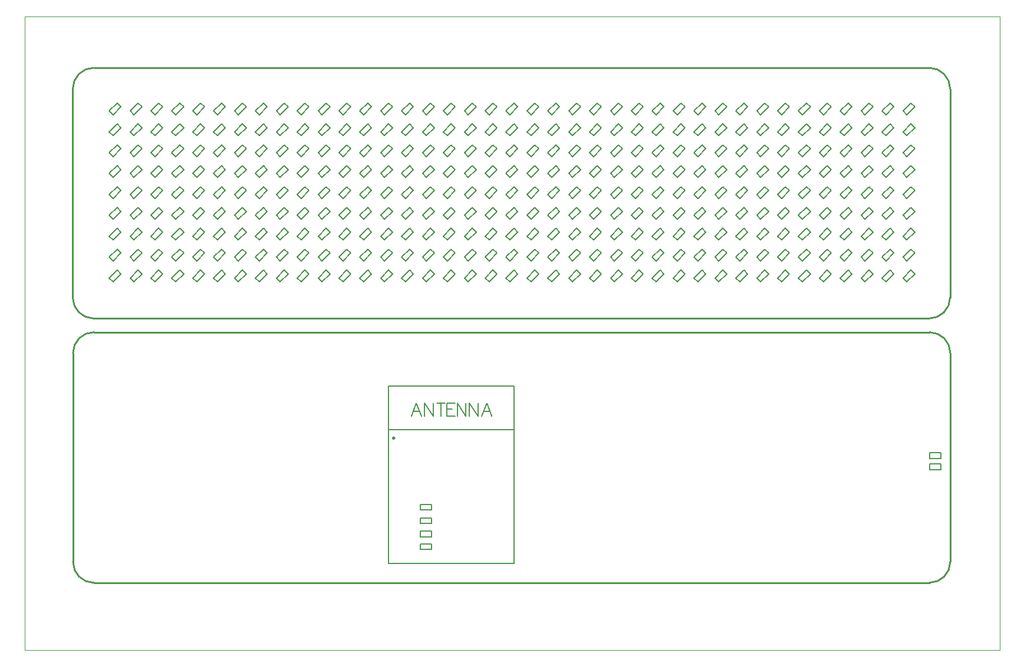
<source format=gm1>
G04*
G04 #@! TF.GenerationSoftware,Altium Limited,Altium Designer,18.1.9 (240)*
G04*
G04 Layer_Color=16711935*
%FSLAX44Y44*%
%MOMM*%
G71*
G01*
G75*
%ADD11C,0.2540*%
%ADD28C,0.1270*%
%ADD30C,0.1000*%
%ADD55C,0.3000*%
%ADD94C,0.1984*%
D11*
X2509000Y1886000D02*
G03*
X2479000Y1916000I-30000J0D01*
G01*
X1279000D02*
G03*
X1249000Y1886000I0J-30000D01*
G01*
Y1586000D02*
G03*
X1279000Y1556000I30000J0D01*
G01*
X2479000D02*
G03*
X2509000Y1586000I0J30000D01*
G01*
Y1886000D01*
X1279000Y1916000D02*
X2479000D01*
X1249000Y1586000D02*
Y1886000D01*
X1279000Y1556000D02*
X2479000D01*
X2479274Y1176274D02*
G03*
X2509274Y1206274I0J30000D01*
G01*
X1249274D02*
G03*
X1279274Y1176274I30000J0D01*
G01*
Y1536274D02*
G03*
X1249274Y1506274I0J-30000D01*
G01*
X2509274D02*
G03*
X2479274Y1536274I-30000J0D01*
G01*
X1249274Y1206274D02*
Y1506274D01*
X1279274Y1176274D02*
X2479274D01*
X1279274Y1536274D02*
X2479274D01*
X2509274Y1206274D02*
Y1506274D01*
D28*
X2446903Y1608496D02*
X2458217Y1619810D01*
X2441246Y1614153D02*
X2452560Y1625467D01*
X2441246Y1614153D02*
X2446903Y1608496D01*
X2452560Y1625467D02*
X2458217Y1619810D01*
X2416903Y1608496D02*
X2428217Y1619810D01*
X2411246Y1614153D02*
X2422560Y1625467D01*
X2411246Y1614153D02*
X2416903Y1608496D01*
X2422560Y1625467D02*
X2428217Y1619810D01*
X2386903Y1608496D02*
X2398217Y1619810D01*
X2381246Y1614153D02*
X2392560Y1625467D01*
X2381246Y1614153D02*
X2386903Y1608496D01*
X2392560Y1625467D02*
X2398217Y1619810D01*
X2356903Y1608496D02*
X2368217Y1619810D01*
X2351246Y1614153D02*
X2362560Y1625467D01*
X2351246Y1614153D02*
X2356903Y1608496D01*
X2362560Y1625467D02*
X2368217Y1619810D01*
X2326903Y1608496D02*
X2338217Y1619810D01*
X2321246Y1614153D02*
X2332560Y1625467D01*
X2321246Y1614153D02*
X2326903Y1608496D01*
X2332560Y1625467D02*
X2338217Y1619810D01*
X2296903Y1608496D02*
X2308217Y1619810D01*
X2291246Y1614153D02*
X2302560Y1625467D01*
X2291246Y1614153D02*
X2296903Y1608496D01*
X2302560Y1625467D02*
X2308217Y1619810D01*
X2266903Y1608496D02*
X2278217Y1619810D01*
X2261246Y1614153D02*
X2272560Y1625467D01*
X2261246Y1614153D02*
X2266903Y1608496D01*
X2272560Y1625467D02*
X2278217Y1619810D01*
X2236903Y1608496D02*
X2248217Y1619810D01*
X2231246Y1614153D02*
X2242560Y1625467D01*
X2231246Y1614153D02*
X2236903Y1608496D01*
X2242560Y1625467D02*
X2248217Y1619810D01*
X2206903Y1608496D02*
X2218217Y1619810D01*
X2201246Y1614153D02*
X2212560Y1625467D01*
X2201246Y1614153D02*
X2206903Y1608496D01*
X2212560Y1625467D02*
X2218217Y1619810D01*
X2176903Y1608496D02*
X2188217Y1619810D01*
X2171246Y1614153D02*
X2182560Y1625467D01*
X2171246Y1614153D02*
X2176903Y1608496D01*
X2182560Y1625467D02*
X2188217Y1619810D01*
X2146903Y1608496D02*
X2158217Y1619810D01*
X2141246Y1614153D02*
X2152560Y1625467D01*
X2141246Y1614153D02*
X2146903Y1608496D01*
X2152560Y1625467D02*
X2158217Y1619810D01*
X2116903Y1608496D02*
X2128217Y1619810D01*
X2111246Y1614153D02*
X2122560Y1625467D01*
X2111246Y1614153D02*
X2116903Y1608496D01*
X2122560Y1625467D02*
X2128217Y1619810D01*
X2086903Y1608496D02*
X2098217Y1619810D01*
X2081246Y1614153D02*
X2092560Y1625467D01*
X2081246Y1614153D02*
X2086903Y1608496D01*
X2092560Y1625467D02*
X2098217Y1619810D01*
X2056903Y1608496D02*
X2068217Y1619810D01*
X2051246Y1614153D02*
X2062560Y1625467D01*
X2051246Y1614153D02*
X2056903Y1608496D01*
X2062560Y1625467D02*
X2068217Y1619810D01*
X2026903Y1608496D02*
X2038217Y1619810D01*
X2021246Y1614153D02*
X2032560Y1625467D01*
X2021246Y1614153D02*
X2026903Y1608496D01*
X2032560Y1625467D02*
X2038217Y1619810D01*
X1996903Y1608496D02*
X2008217Y1619810D01*
X1991246Y1614153D02*
X2002560Y1625467D01*
X1991246Y1614153D02*
X1996903Y1608496D01*
X2002560Y1625467D02*
X2008217Y1619810D01*
X1966903Y1608496D02*
X1978217Y1619810D01*
X1961246Y1614153D02*
X1972560Y1625467D01*
X1961246Y1614153D02*
X1966903Y1608496D01*
X1972560Y1625467D02*
X1978217Y1619810D01*
X1936903Y1608496D02*
X1948217Y1619810D01*
X1931246Y1614153D02*
X1942560Y1625467D01*
X1931246Y1614153D02*
X1936903Y1608496D01*
X1942560Y1625467D02*
X1948217Y1619810D01*
X1906903Y1608496D02*
X1918217Y1619810D01*
X1901246Y1614153D02*
X1912560Y1625467D01*
X1901246Y1614153D02*
X1906903Y1608496D01*
X1912560Y1625467D02*
X1918217Y1619810D01*
X1876903Y1608496D02*
X1888217Y1619810D01*
X1871246Y1614153D02*
X1882560Y1625467D01*
X1871246Y1614153D02*
X1876903Y1608496D01*
X1882560Y1625467D02*
X1888217Y1619810D01*
X1846903Y1608496D02*
X1858217Y1619810D01*
X1841246Y1614153D02*
X1852560Y1625467D01*
X1841246Y1614153D02*
X1846903Y1608496D01*
X1852560Y1625467D02*
X1858217Y1619810D01*
X1816903Y1608496D02*
X1828217Y1619810D01*
X1811246Y1614153D02*
X1822560Y1625467D01*
X1811246Y1614153D02*
X1816903Y1608496D01*
X1822560Y1625467D02*
X1828217Y1619810D01*
X1786903Y1608496D02*
X1798217Y1619810D01*
X1781246Y1614153D02*
X1792560Y1625467D01*
X1781246Y1614153D02*
X1786903Y1608496D01*
X1792560Y1625467D02*
X1798217Y1619810D01*
X1756903Y1608496D02*
X1768217Y1619810D01*
X1751246Y1614153D02*
X1762560Y1625467D01*
X1751246Y1614153D02*
X1756903Y1608496D01*
X1762560Y1625467D02*
X1768217Y1619810D01*
X1726903Y1608496D02*
X1738217Y1619810D01*
X1721246Y1614153D02*
X1732560Y1625467D01*
X1721246Y1614153D02*
X1726903Y1608496D01*
X1732560Y1625467D02*
X1738217Y1619810D01*
X1696903Y1608496D02*
X1708217Y1619810D01*
X1691246Y1614153D02*
X1702560Y1625467D01*
X1691246Y1614153D02*
X1696903Y1608496D01*
X1702560Y1625467D02*
X1708217Y1619810D01*
X1666903Y1608496D02*
X1678217Y1619810D01*
X1661246Y1614153D02*
X1672560Y1625467D01*
X1661246Y1614153D02*
X1666903Y1608496D01*
X1672560Y1625467D02*
X1678217Y1619810D01*
X1636903Y1608496D02*
X1648217Y1619810D01*
X1631246Y1614153D02*
X1642560Y1625467D01*
X1631246Y1614153D02*
X1636903Y1608496D01*
X1642560Y1625467D02*
X1648217Y1619810D01*
X1606903Y1608496D02*
X1618217Y1619810D01*
X1601246Y1614153D02*
X1612560Y1625467D01*
X1601246Y1614153D02*
X1606903Y1608496D01*
X1612560Y1625467D02*
X1618217Y1619810D01*
X1576903Y1608496D02*
X1588217Y1619810D01*
X1571246Y1614153D02*
X1582560Y1625467D01*
X1571246Y1614153D02*
X1576903Y1608496D01*
X1582560Y1625467D02*
X1588217Y1619810D01*
X1546903Y1608496D02*
X1558217Y1619810D01*
X1541246Y1614153D02*
X1552560Y1625467D01*
X1541246Y1614153D02*
X1546903Y1608496D01*
X1552560Y1625467D02*
X1558217Y1619810D01*
X1516903Y1608496D02*
X1528217Y1619810D01*
X1511246Y1614153D02*
X1522560Y1625467D01*
X1511246Y1614153D02*
X1516903Y1608496D01*
X1522560Y1625467D02*
X1528217Y1619810D01*
X1486903Y1608496D02*
X1498217Y1619810D01*
X1481246Y1614153D02*
X1492560Y1625467D01*
X1481246Y1614153D02*
X1486903Y1608496D01*
X1492560Y1625467D02*
X1498217Y1619810D01*
X1456903Y1608496D02*
X1468217Y1619810D01*
X1451246Y1614153D02*
X1462560Y1625467D01*
X1451246Y1614153D02*
X1456903Y1608496D01*
X1462560Y1625467D02*
X1468217Y1619810D01*
X1426903Y1608496D02*
X1438217Y1619810D01*
X1421246Y1614153D02*
X1432560Y1625467D01*
X1421246Y1614153D02*
X1426903Y1608496D01*
X1432560Y1625467D02*
X1438217Y1619810D01*
X1396903Y1608496D02*
X1408217Y1619810D01*
X1391246Y1614153D02*
X1402560Y1625467D01*
X1391246Y1614153D02*
X1396903Y1608496D01*
X1402560Y1625467D02*
X1408217Y1619810D01*
X1366903Y1608496D02*
X1378217Y1619810D01*
X1361246Y1614153D02*
X1372560Y1625467D01*
X1361246Y1614153D02*
X1366903Y1608496D01*
X1372560Y1625467D02*
X1378217Y1619810D01*
X1336903Y1608496D02*
X1348217Y1619810D01*
X1331246Y1614153D02*
X1342560Y1625467D01*
X1331246Y1614153D02*
X1336903Y1608496D01*
X1342560Y1625467D02*
X1348217Y1619810D01*
X1306903Y1608496D02*
X1318217Y1619810D01*
X1301246Y1614153D02*
X1312560Y1625467D01*
X1301246Y1614153D02*
X1306903Y1608496D01*
X1312560Y1625467D02*
X1318217Y1619810D01*
X2446903Y1638496D02*
X2458217Y1649810D01*
X2441246Y1644153D02*
X2452560Y1655467D01*
X2441246Y1644153D02*
X2446903Y1638496D01*
X2452560Y1655467D02*
X2458217Y1649810D01*
X2416903Y1638496D02*
X2428217Y1649810D01*
X2411246Y1644153D02*
X2422560Y1655467D01*
X2411246Y1644153D02*
X2416903Y1638496D01*
X2422560Y1655467D02*
X2428217Y1649810D01*
X2386903Y1638496D02*
X2398217Y1649810D01*
X2381246Y1644153D02*
X2392560Y1655467D01*
X2381246Y1644153D02*
X2386903Y1638496D01*
X2392560Y1655467D02*
X2398217Y1649810D01*
X2356903Y1638496D02*
X2368217Y1649810D01*
X2351246Y1644153D02*
X2362560Y1655467D01*
X2351246Y1644153D02*
X2356903Y1638496D01*
X2362560Y1655467D02*
X2368217Y1649810D01*
X2326903Y1638496D02*
X2338217Y1649810D01*
X2321246Y1644153D02*
X2332560Y1655467D01*
X2321246Y1644153D02*
X2326903Y1638496D01*
X2332560Y1655467D02*
X2338217Y1649810D01*
X2296903Y1638496D02*
X2308217Y1649810D01*
X2291246Y1644153D02*
X2302560Y1655467D01*
X2291246Y1644153D02*
X2296903Y1638496D01*
X2302560Y1655467D02*
X2308217Y1649810D01*
X2266903Y1638496D02*
X2278217Y1649810D01*
X2261246Y1644153D02*
X2272560Y1655467D01*
X2261246Y1644153D02*
X2266903Y1638496D01*
X2272560Y1655467D02*
X2278217Y1649810D01*
X2236903Y1638496D02*
X2248217Y1649810D01*
X2231246Y1644153D02*
X2242560Y1655467D01*
X2231246Y1644153D02*
X2236903Y1638496D01*
X2242560Y1655467D02*
X2248217Y1649810D01*
X2206903Y1638496D02*
X2218217Y1649810D01*
X2201246Y1644153D02*
X2212560Y1655467D01*
X2201246Y1644153D02*
X2206903Y1638496D01*
X2212560Y1655467D02*
X2218217Y1649810D01*
X2176903Y1638496D02*
X2188217Y1649810D01*
X2171246Y1644153D02*
X2182560Y1655467D01*
X2171246Y1644153D02*
X2176903Y1638496D01*
X2182560Y1655467D02*
X2188217Y1649810D01*
X2146903Y1638496D02*
X2158217Y1649810D01*
X2141246Y1644153D02*
X2152560Y1655467D01*
X2141246Y1644153D02*
X2146903Y1638496D01*
X2152560Y1655467D02*
X2158217Y1649810D01*
X2116903Y1638496D02*
X2128217Y1649810D01*
X2111246Y1644153D02*
X2122560Y1655467D01*
X2111246Y1644153D02*
X2116903Y1638496D01*
X2122560Y1655467D02*
X2128217Y1649810D01*
X2086903Y1638496D02*
X2098217Y1649810D01*
X2081246Y1644153D02*
X2092560Y1655467D01*
X2081246Y1644153D02*
X2086903Y1638496D01*
X2092560Y1655467D02*
X2098217Y1649810D01*
X2056903Y1638496D02*
X2068217Y1649810D01*
X2051246Y1644153D02*
X2062560Y1655467D01*
X2051246Y1644153D02*
X2056903Y1638496D01*
X2062560Y1655467D02*
X2068217Y1649810D01*
X2026903Y1638496D02*
X2038217Y1649810D01*
X2021246Y1644153D02*
X2032560Y1655467D01*
X2021246Y1644153D02*
X2026903Y1638496D01*
X2032560Y1655467D02*
X2038217Y1649810D01*
X1996903Y1638496D02*
X2008217Y1649810D01*
X1991246Y1644153D02*
X2002560Y1655467D01*
X1991246Y1644153D02*
X1996903Y1638496D01*
X2002560Y1655467D02*
X2008217Y1649810D01*
X1966903Y1638496D02*
X1978217Y1649810D01*
X1961246Y1644153D02*
X1972560Y1655467D01*
X1961246Y1644153D02*
X1966903Y1638496D01*
X1972560Y1655467D02*
X1978217Y1649810D01*
X1936903Y1638496D02*
X1948217Y1649810D01*
X1931246Y1644153D02*
X1942560Y1655467D01*
X1931246Y1644153D02*
X1936903Y1638496D01*
X1942560Y1655467D02*
X1948217Y1649810D01*
X1906903Y1638496D02*
X1918217Y1649810D01*
X1901246Y1644153D02*
X1912560Y1655467D01*
X1901246Y1644153D02*
X1906903Y1638496D01*
X1912560Y1655467D02*
X1918217Y1649810D01*
X1876903Y1638496D02*
X1888217Y1649810D01*
X1871246Y1644153D02*
X1882560Y1655467D01*
X1871246Y1644153D02*
X1876903Y1638496D01*
X1882560Y1655467D02*
X1888217Y1649810D01*
X1846903Y1638496D02*
X1858217Y1649810D01*
X1841246Y1644153D02*
X1852560Y1655467D01*
X1841246Y1644153D02*
X1846903Y1638496D01*
X1852560Y1655467D02*
X1858217Y1649810D01*
X1816903Y1638496D02*
X1828217Y1649810D01*
X1811246Y1644153D02*
X1822560Y1655467D01*
X1811246Y1644153D02*
X1816903Y1638496D01*
X1822560Y1655467D02*
X1828217Y1649810D01*
X1786903Y1638496D02*
X1798217Y1649810D01*
X1781246Y1644153D02*
X1792560Y1655467D01*
X1781246Y1644153D02*
X1786903Y1638496D01*
X1792560Y1655467D02*
X1798217Y1649810D01*
X1756903Y1638496D02*
X1768217Y1649810D01*
X1751246Y1644153D02*
X1762560Y1655467D01*
X1751246Y1644153D02*
X1756903Y1638496D01*
X1762560Y1655467D02*
X1768217Y1649810D01*
X1726903Y1638496D02*
X1738217Y1649810D01*
X1721246Y1644153D02*
X1732560Y1655467D01*
X1721246Y1644153D02*
X1726903Y1638496D01*
X1732560Y1655467D02*
X1738217Y1649810D01*
X1696903Y1638496D02*
X1708217Y1649810D01*
X1691246Y1644153D02*
X1702560Y1655467D01*
X1691246Y1644153D02*
X1696903Y1638496D01*
X1702560Y1655467D02*
X1708217Y1649810D01*
X1666903Y1638496D02*
X1678217Y1649810D01*
X1661246Y1644153D02*
X1672560Y1655467D01*
X1661246Y1644153D02*
X1666903Y1638496D01*
X1672560Y1655467D02*
X1678217Y1649810D01*
X1636903Y1638496D02*
X1648217Y1649810D01*
X1631246Y1644153D02*
X1642560Y1655467D01*
X1631246Y1644153D02*
X1636903Y1638496D01*
X1642560Y1655467D02*
X1648217Y1649810D01*
X1606903Y1638496D02*
X1618217Y1649810D01*
X1601246Y1644153D02*
X1612560Y1655467D01*
X1601246Y1644153D02*
X1606903Y1638496D01*
X1612560Y1655467D02*
X1618217Y1649810D01*
X1576903Y1638496D02*
X1588217Y1649810D01*
X1571246Y1644153D02*
X1582560Y1655467D01*
X1571246Y1644153D02*
X1576903Y1638496D01*
X1582560Y1655467D02*
X1588217Y1649810D01*
X1546903Y1638496D02*
X1558217Y1649810D01*
X1541246Y1644153D02*
X1552560Y1655467D01*
X1541246Y1644153D02*
X1546903Y1638496D01*
X1552560Y1655467D02*
X1558217Y1649810D01*
X1516903Y1638496D02*
X1528217Y1649810D01*
X1511246Y1644153D02*
X1522560Y1655467D01*
X1511246Y1644153D02*
X1516903Y1638496D01*
X1522560Y1655467D02*
X1528217Y1649810D01*
X1486903Y1638496D02*
X1498217Y1649810D01*
X1481246Y1644153D02*
X1492560Y1655467D01*
X1481246Y1644153D02*
X1486903Y1638496D01*
X1492560Y1655467D02*
X1498217Y1649810D01*
X1456903Y1638496D02*
X1468217Y1649810D01*
X1451246Y1644153D02*
X1462560Y1655467D01*
X1451246Y1644153D02*
X1456903Y1638496D01*
X1462560Y1655467D02*
X1468217Y1649810D01*
X1426903Y1638496D02*
X1438217Y1649810D01*
X1421246Y1644153D02*
X1432560Y1655467D01*
X1421246Y1644153D02*
X1426903Y1638496D01*
X1432560Y1655467D02*
X1438217Y1649810D01*
X1396903Y1638496D02*
X1408217Y1649810D01*
X1391246Y1644153D02*
X1402560Y1655467D01*
X1391246Y1644153D02*
X1396903Y1638496D01*
X1402560Y1655467D02*
X1408217Y1649810D01*
X1366903Y1638496D02*
X1378217Y1649810D01*
X1361246Y1644153D02*
X1372560Y1655467D01*
X1361246Y1644153D02*
X1366903Y1638496D01*
X1372560Y1655467D02*
X1378217Y1649810D01*
X1336903Y1638496D02*
X1348217Y1649810D01*
X1331246Y1644153D02*
X1342560Y1655467D01*
X1331246Y1644153D02*
X1336903Y1638496D01*
X1342560Y1655467D02*
X1348217Y1649810D01*
X1306903Y1638496D02*
X1318217Y1649810D01*
X1301246Y1644153D02*
X1312560Y1655467D01*
X1301246Y1644153D02*
X1306903Y1638496D01*
X1312560Y1655467D02*
X1318217Y1649810D01*
X2446903Y1668496D02*
X2458217Y1679810D01*
X2441246Y1674153D02*
X2452560Y1685467D01*
X2441246Y1674153D02*
X2446903Y1668496D01*
X2452560Y1685467D02*
X2458217Y1679810D01*
X2416903Y1668496D02*
X2428217Y1679810D01*
X2411246Y1674153D02*
X2422560Y1685467D01*
X2411246Y1674153D02*
X2416903Y1668496D01*
X2422560Y1685467D02*
X2428217Y1679810D01*
X2386903Y1668496D02*
X2398217Y1679810D01*
X2381246Y1674153D02*
X2392560Y1685467D01*
X2381246Y1674153D02*
X2386903Y1668496D01*
X2392560Y1685467D02*
X2398217Y1679810D01*
X2356903Y1668496D02*
X2368217Y1679810D01*
X2351246Y1674153D02*
X2362560Y1685467D01*
X2351246Y1674153D02*
X2356903Y1668496D01*
X2362560Y1685467D02*
X2368217Y1679810D01*
X2326903Y1668496D02*
X2338217Y1679810D01*
X2321246Y1674153D02*
X2332560Y1685467D01*
X2321246Y1674153D02*
X2326903Y1668496D01*
X2332560Y1685467D02*
X2338217Y1679810D01*
X2296903Y1668496D02*
X2308217Y1679810D01*
X2291246Y1674153D02*
X2302560Y1685467D01*
X2291246Y1674153D02*
X2296903Y1668496D01*
X2302560Y1685467D02*
X2308217Y1679810D01*
X2266903Y1668496D02*
X2278217Y1679810D01*
X2261246Y1674153D02*
X2272560Y1685467D01*
X2261246Y1674153D02*
X2266903Y1668496D01*
X2272560Y1685467D02*
X2278217Y1679810D01*
X2236903Y1668496D02*
X2248217Y1679810D01*
X2231246Y1674153D02*
X2242560Y1685467D01*
X2231246Y1674153D02*
X2236903Y1668496D01*
X2242560Y1685467D02*
X2248217Y1679810D01*
X2206903Y1668496D02*
X2218217Y1679810D01*
X2201246Y1674153D02*
X2212560Y1685467D01*
X2201246Y1674153D02*
X2206903Y1668496D01*
X2212560Y1685467D02*
X2218217Y1679810D01*
X2176903Y1668496D02*
X2188217Y1679810D01*
X2171246Y1674153D02*
X2182560Y1685467D01*
X2171246Y1674153D02*
X2176903Y1668496D01*
X2182560Y1685467D02*
X2188217Y1679810D01*
X2146903Y1668496D02*
X2158217Y1679810D01*
X2141246Y1674153D02*
X2152560Y1685467D01*
X2141246Y1674153D02*
X2146903Y1668496D01*
X2152560Y1685467D02*
X2158217Y1679810D01*
X2116903Y1668496D02*
X2128217Y1679810D01*
X2111246Y1674153D02*
X2122560Y1685467D01*
X2111246Y1674153D02*
X2116903Y1668496D01*
X2122560Y1685467D02*
X2128217Y1679810D01*
X2086903Y1668496D02*
X2098217Y1679810D01*
X2081246Y1674153D02*
X2092560Y1685467D01*
X2081246Y1674153D02*
X2086903Y1668496D01*
X2092560Y1685467D02*
X2098217Y1679810D01*
X2056903Y1668496D02*
X2068217Y1679810D01*
X2051246Y1674153D02*
X2062560Y1685467D01*
X2051246Y1674153D02*
X2056903Y1668496D01*
X2062560Y1685467D02*
X2068217Y1679810D01*
X2026903Y1668496D02*
X2038217Y1679810D01*
X2021246Y1674153D02*
X2032560Y1685467D01*
X2021246Y1674153D02*
X2026903Y1668496D01*
X2032560Y1685467D02*
X2038217Y1679810D01*
X1996903Y1668496D02*
X2008217Y1679810D01*
X1991246Y1674153D02*
X2002560Y1685467D01*
X1991246Y1674153D02*
X1996903Y1668496D01*
X2002560Y1685467D02*
X2008217Y1679810D01*
X1966903Y1668496D02*
X1978217Y1679810D01*
X1961246Y1674153D02*
X1972560Y1685467D01*
X1961246Y1674153D02*
X1966903Y1668496D01*
X1972560Y1685467D02*
X1978217Y1679810D01*
X1936903Y1668496D02*
X1948217Y1679810D01*
X1931246Y1674153D02*
X1942560Y1685467D01*
X1931246Y1674153D02*
X1936903Y1668496D01*
X1942560Y1685467D02*
X1948217Y1679810D01*
X1906903Y1668496D02*
X1918217Y1679810D01*
X1901246Y1674153D02*
X1912560Y1685467D01*
X1901246Y1674153D02*
X1906903Y1668496D01*
X1912560Y1685467D02*
X1918217Y1679810D01*
X1876903Y1668496D02*
X1888217Y1679810D01*
X1871246Y1674153D02*
X1882560Y1685467D01*
X1871246Y1674153D02*
X1876903Y1668496D01*
X1882560Y1685467D02*
X1888217Y1679810D01*
X1846903Y1668496D02*
X1858217Y1679810D01*
X1841246Y1674153D02*
X1852560Y1685467D01*
X1841246Y1674153D02*
X1846903Y1668496D01*
X1852560Y1685467D02*
X1858217Y1679810D01*
X1816903Y1668496D02*
X1828217Y1679810D01*
X1811246Y1674153D02*
X1822560Y1685467D01*
X1811246Y1674153D02*
X1816903Y1668496D01*
X1822560Y1685467D02*
X1828217Y1679810D01*
X1786903Y1668496D02*
X1798217Y1679810D01*
X1781246Y1674153D02*
X1792560Y1685467D01*
X1781246Y1674153D02*
X1786903Y1668496D01*
X1792560Y1685467D02*
X1798217Y1679810D01*
X1756903Y1668496D02*
X1768217Y1679810D01*
X1751246Y1674153D02*
X1762560Y1685467D01*
X1751246Y1674153D02*
X1756903Y1668496D01*
X1762560Y1685467D02*
X1768217Y1679810D01*
X1726903Y1668496D02*
X1738217Y1679810D01*
X1721246Y1674153D02*
X1732560Y1685467D01*
X1721246Y1674153D02*
X1726903Y1668496D01*
X1732560Y1685467D02*
X1738217Y1679810D01*
X1696903Y1668496D02*
X1708217Y1679810D01*
X1691246Y1674153D02*
X1702560Y1685467D01*
X1691246Y1674153D02*
X1696903Y1668496D01*
X1702560Y1685467D02*
X1708217Y1679810D01*
X1666903Y1668496D02*
X1678217Y1679810D01*
X1661246Y1674153D02*
X1672560Y1685467D01*
X1661246Y1674153D02*
X1666903Y1668496D01*
X1672560Y1685467D02*
X1678217Y1679810D01*
X1636903Y1668496D02*
X1648217Y1679810D01*
X1631246Y1674153D02*
X1642560Y1685467D01*
X1631246Y1674153D02*
X1636903Y1668496D01*
X1642560Y1685467D02*
X1648217Y1679810D01*
X1606903Y1668496D02*
X1618217Y1679810D01*
X1601246Y1674153D02*
X1612560Y1685467D01*
X1601246Y1674153D02*
X1606903Y1668496D01*
X1612560Y1685467D02*
X1618217Y1679810D01*
X1576903Y1668496D02*
X1588217Y1679810D01*
X1571246Y1674153D02*
X1582560Y1685467D01*
X1571246Y1674153D02*
X1576903Y1668496D01*
X1582560Y1685467D02*
X1588217Y1679810D01*
X1546903Y1668496D02*
X1558217Y1679810D01*
X1541246Y1674153D02*
X1552560Y1685467D01*
X1541246Y1674153D02*
X1546903Y1668496D01*
X1552560Y1685467D02*
X1558217Y1679810D01*
X1516903Y1668496D02*
X1528217Y1679810D01*
X1511246Y1674153D02*
X1522560Y1685467D01*
X1511246Y1674153D02*
X1516903Y1668496D01*
X1522560Y1685467D02*
X1528217Y1679810D01*
X1486903Y1668496D02*
X1498217Y1679810D01*
X1481246Y1674153D02*
X1492560Y1685467D01*
X1481246Y1674153D02*
X1486903Y1668496D01*
X1492560Y1685467D02*
X1498217Y1679810D01*
X1456903Y1668496D02*
X1468217Y1679810D01*
X1451246Y1674153D02*
X1462560Y1685467D01*
X1451246Y1674153D02*
X1456903Y1668496D01*
X1462560Y1685467D02*
X1468217Y1679810D01*
X1426903Y1668496D02*
X1438217Y1679810D01*
X1421246Y1674153D02*
X1432560Y1685467D01*
X1421246Y1674153D02*
X1426903Y1668496D01*
X1432560Y1685467D02*
X1438217Y1679810D01*
X1396903Y1668496D02*
X1408217Y1679810D01*
X1391246Y1674153D02*
X1402560Y1685467D01*
X1391246Y1674153D02*
X1396903Y1668496D01*
X1402560Y1685467D02*
X1408217Y1679810D01*
X1366903Y1668496D02*
X1378217Y1679810D01*
X1361246Y1674153D02*
X1372560Y1685467D01*
X1361246Y1674153D02*
X1366903Y1668496D01*
X1372560Y1685467D02*
X1378217Y1679810D01*
X1336903Y1668496D02*
X1348217Y1679810D01*
X1331246Y1674153D02*
X1342560Y1685467D01*
X1331246Y1674153D02*
X1336903Y1668496D01*
X1342560Y1685467D02*
X1348217Y1679810D01*
X1306903Y1668496D02*
X1318217Y1679810D01*
X1301246Y1674153D02*
X1312560Y1685467D01*
X1301246Y1674153D02*
X1306903Y1668496D01*
X1312560Y1685467D02*
X1318217Y1679810D01*
X2446903Y1698496D02*
X2458217Y1709810D01*
X2441246Y1704153D02*
X2452560Y1715467D01*
X2441246Y1704153D02*
X2446903Y1698496D01*
X2452560Y1715467D02*
X2458217Y1709810D01*
X2416903Y1698496D02*
X2428217Y1709810D01*
X2411246Y1704153D02*
X2422560Y1715467D01*
X2411246Y1704153D02*
X2416903Y1698496D01*
X2422560Y1715467D02*
X2428217Y1709810D01*
X2386903Y1698496D02*
X2398217Y1709810D01*
X2381246Y1704153D02*
X2392560Y1715467D01*
X2381246Y1704153D02*
X2386903Y1698496D01*
X2392560Y1715467D02*
X2398217Y1709810D01*
X2356903Y1698496D02*
X2368217Y1709810D01*
X2351246Y1704153D02*
X2362560Y1715467D01*
X2351246Y1704153D02*
X2356903Y1698496D01*
X2362560Y1715467D02*
X2368217Y1709810D01*
X2326903Y1698496D02*
X2338217Y1709810D01*
X2321246Y1704153D02*
X2332560Y1715467D01*
X2321246Y1704153D02*
X2326903Y1698496D01*
X2332560Y1715467D02*
X2338217Y1709810D01*
X2296903Y1698496D02*
X2308217Y1709810D01*
X2291246Y1704153D02*
X2302560Y1715467D01*
X2291246Y1704153D02*
X2296903Y1698496D01*
X2302560Y1715467D02*
X2308217Y1709810D01*
X2266903Y1698496D02*
X2278217Y1709810D01*
X2261246Y1704153D02*
X2272560Y1715467D01*
X2261246Y1704153D02*
X2266903Y1698496D01*
X2272560Y1715467D02*
X2278217Y1709810D01*
X2236903Y1698496D02*
X2248217Y1709810D01*
X2231246Y1704153D02*
X2242560Y1715467D01*
X2231246Y1704153D02*
X2236903Y1698496D01*
X2242560Y1715467D02*
X2248217Y1709810D01*
X2206903Y1698496D02*
X2218217Y1709810D01*
X2201246Y1704153D02*
X2212560Y1715467D01*
X2201246Y1704153D02*
X2206903Y1698496D01*
X2212560Y1715467D02*
X2218217Y1709810D01*
X2176903Y1698496D02*
X2188217Y1709810D01*
X2171246Y1704153D02*
X2182560Y1715467D01*
X2171246Y1704153D02*
X2176903Y1698496D01*
X2182560Y1715467D02*
X2188217Y1709810D01*
X2146903Y1698496D02*
X2158217Y1709810D01*
X2141246Y1704153D02*
X2152560Y1715467D01*
X2141246Y1704153D02*
X2146903Y1698496D01*
X2152560Y1715467D02*
X2158217Y1709810D01*
X2116903Y1698496D02*
X2128217Y1709810D01*
X2111246Y1704153D02*
X2122560Y1715467D01*
X2111246Y1704153D02*
X2116903Y1698496D01*
X2122560Y1715467D02*
X2128217Y1709810D01*
X2086903Y1698496D02*
X2098217Y1709810D01*
X2081246Y1704153D02*
X2092560Y1715467D01*
X2081246Y1704153D02*
X2086903Y1698496D01*
X2092560Y1715467D02*
X2098217Y1709810D01*
X2056903Y1698496D02*
X2068217Y1709810D01*
X2051246Y1704153D02*
X2062560Y1715467D01*
X2051246Y1704153D02*
X2056903Y1698496D01*
X2062560Y1715467D02*
X2068217Y1709810D01*
X2026903Y1698496D02*
X2038217Y1709810D01*
X2021246Y1704153D02*
X2032560Y1715467D01*
X2021246Y1704153D02*
X2026903Y1698496D01*
X2032560Y1715467D02*
X2038217Y1709810D01*
X1996903Y1698496D02*
X2008217Y1709810D01*
X1991246Y1704153D02*
X2002560Y1715467D01*
X1991246Y1704153D02*
X1996903Y1698496D01*
X2002560Y1715467D02*
X2008217Y1709810D01*
X1966903Y1698496D02*
X1978217Y1709810D01*
X1961246Y1704153D02*
X1972560Y1715467D01*
X1961246Y1704153D02*
X1966903Y1698496D01*
X1972560Y1715467D02*
X1978217Y1709810D01*
X1936903Y1698496D02*
X1948217Y1709810D01*
X1931246Y1704153D02*
X1942560Y1715467D01*
X1931246Y1704153D02*
X1936903Y1698496D01*
X1942560Y1715467D02*
X1948217Y1709810D01*
X1906903Y1698496D02*
X1918217Y1709810D01*
X1901246Y1704153D02*
X1912560Y1715467D01*
X1901246Y1704153D02*
X1906903Y1698496D01*
X1912560Y1715467D02*
X1918217Y1709810D01*
X1876903Y1698496D02*
X1888217Y1709810D01*
X1871246Y1704153D02*
X1882560Y1715467D01*
X1871246Y1704153D02*
X1876903Y1698496D01*
X1882560Y1715467D02*
X1888217Y1709810D01*
X1846903Y1698496D02*
X1858217Y1709810D01*
X1841246Y1704153D02*
X1852560Y1715467D01*
X1841246Y1704153D02*
X1846903Y1698496D01*
X1852560Y1715467D02*
X1858217Y1709810D01*
X1816903Y1698496D02*
X1828217Y1709810D01*
X1811246Y1704153D02*
X1822560Y1715467D01*
X1811246Y1704153D02*
X1816903Y1698496D01*
X1822560Y1715467D02*
X1828217Y1709810D01*
X1786903Y1698496D02*
X1798217Y1709810D01*
X1781246Y1704153D02*
X1792560Y1715467D01*
X1781246Y1704153D02*
X1786903Y1698496D01*
X1792560Y1715467D02*
X1798217Y1709810D01*
X1756903Y1698496D02*
X1768217Y1709810D01*
X1751246Y1704153D02*
X1762560Y1715467D01*
X1751246Y1704153D02*
X1756903Y1698496D01*
X1762560Y1715467D02*
X1768217Y1709810D01*
X1726903Y1698496D02*
X1738217Y1709810D01*
X1721246Y1704153D02*
X1732560Y1715467D01*
X1721246Y1704153D02*
X1726903Y1698496D01*
X1732560Y1715467D02*
X1738217Y1709810D01*
X1696903Y1698496D02*
X1708217Y1709810D01*
X1691246Y1704153D02*
X1702560Y1715467D01*
X1691246Y1704153D02*
X1696903Y1698496D01*
X1702560Y1715467D02*
X1708217Y1709810D01*
X1666903Y1698496D02*
X1678217Y1709810D01*
X1661246Y1704153D02*
X1672560Y1715467D01*
X1661246Y1704153D02*
X1666903Y1698496D01*
X1672560Y1715467D02*
X1678217Y1709810D01*
X1636903Y1698496D02*
X1648217Y1709810D01*
X1631246Y1704153D02*
X1642560Y1715467D01*
X1631246Y1704153D02*
X1636903Y1698496D01*
X1642560Y1715467D02*
X1648217Y1709810D01*
X1606903Y1698496D02*
X1618217Y1709810D01*
X1601246Y1704153D02*
X1612560Y1715467D01*
X1601246Y1704153D02*
X1606903Y1698496D01*
X1612560Y1715467D02*
X1618217Y1709810D01*
X1576903Y1698496D02*
X1588217Y1709810D01*
X1571246Y1704153D02*
X1582560Y1715467D01*
X1571246Y1704153D02*
X1576903Y1698496D01*
X1582560Y1715467D02*
X1588217Y1709810D01*
X1546903Y1698496D02*
X1558217Y1709810D01*
X1541246Y1704153D02*
X1552560Y1715467D01*
X1541246Y1704153D02*
X1546903Y1698496D01*
X1552560Y1715467D02*
X1558217Y1709810D01*
X1516903Y1698496D02*
X1528217Y1709810D01*
X1511246Y1704153D02*
X1522560Y1715467D01*
X1511246Y1704153D02*
X1516903Y1698496D01*
X1522560Y1715467D02*
X1528217Y1709810D01*
X1486903Y1698496D02*
X1498217Y1709810D01*
X1481246Y1704153D02*
X1492560Y1715467D01*
X1481246Y1704153D02*
X1486903Y1698496D01*
X1492560Y1715467D02*
X1498217Y1709810D01*
X1456903Y1698496D02*
X1468217Y1709810D01*
X1451246Y1704153D02*
X1462560Y1715467D01*
X1451246Y1704153D02*
X1456903Y1698496D01*
X1462560Y1715467D02*
X1468217Y1709810D01*
X1426903Y1698496D02*
X1438217Y1709810D01*
X1421246Y1704153D02*
X1432560Y1715467D01*
X1421246Y1704153D02*
X1426903Y1698496D01*
X1432560Y1715467D02*
X1438217Y1709810D01*
X1396903Y1698496D02*
X1408217Y1709810D01*
X1391246Y1704153D02*
X1402560Y1715467D01*
X1391246Y1704153D02*
X1396903Y1698496D01*
X1402560Y1715467D02*
X1408217Y1709810D01*
X1366903Y1698496D02*
X1378217Y1709810D01*
X1361246Y1704153D02*
X1372560Y1715467D01*
X1361246Y1704153D02*
X1366903Y1698496D01*
X1372560Y1715467D02*
X1378217Y1709810D01*
X1336903Y1698496D02*
X1348217Y1709810D01*
X1331246Y1704153D02*
X1342560Y1715467D01*
X1331246Y1704153D02*
X1336903Y1698496D01*
X1342560Y1715467D02*
X1348217Y1709810D01*
X1306903Y1698496D02*
X1318217Y1709810D01*
X1301246Y1704153D02*
X1312560Y1715467D01*
X1301246Y1704153D02*
X1306903Y1698496D01*
X1312560Y1715467D02*
X1318217Y1709810D01*
X2446903Y1728496D02*
X2458217Y1739810D01*
X2441246Y1734153D02*
X2452560Y1745467D01*
X2441246Y1734153D02*
X2446903Y1728496D01*
X2452560Y1745467D02*
X2458217Y1739810D01*
X2416903Y1728496D02*
X2428217Y1739810D01*
X2411246Y1734153D02*
X2422560Y1745467D01*
X2411246Y1734153D02*
X2416903Y1728496D01*
X2422560Y1745467D02*
X2428217Y1739810D01*
X2386903Y1728496D02*
X2398217Y1739810D01*
X2381246Y1734153D02*
X2392560Y1745467D01*
X2381246Y1734153D02*
X2386903Y1728496D01*
X2392560Y1745467D02*
X2398217Y1739810D01*
X2356903Y1728496D02*
X2368217Y1739810D01*
X2351246Y1734153D02*
X2362560Y1745467D01*
X2351246Y1734153D02*
X2356903Y1728496D01*
X2362560Y1745467D02*
X2368217Y1739810D01*
X2326903Y1728496D02*
X2338217Y1739810D01*
X2321246Y1734153D02*
X2332560Y1745467D01*
X2321246Y1734153D02*
X2326903Y1728496D01*
X2332560Y1745467D02*
X2338217Y1739810D01*
X2296903Y1728496D02*
X2308217Y1739810D01*
X2291246Y1734153D02*
X2302560Y1745467D01*
X2291246Y1734153D02*
X2296903Y1728496D01*
X2302560Y1745467D02*
X2308217Y1739810D01*
X2266903Y1728496D02*
X2278217Y1739810D01*
X2261246Y1734153D02*
X2272560Y1745467D01*
X2261246Y1734153D02*
X2266903Y1728496D01*
X2272560Y1745467D02*
X2278217Y1739810D01*
X2236903Y1728496D02*
X2248217Y1739810D01*
X2231246Y1734153D02*
X2242560Y1745467D01*
X2231246Y1734153D02*
X2236903Y1728496D01*
X2242560Y1745467D02*
X2248217Y1739810D01*
X2206903Y1728496D02*
X2218217Y1739810D01*
X2201246Y1734153D02*
X2212560Y1745467D01*
X2201246Y1734153D02*
X2206903Y1728496D01*
X2212560Y1745467D02*
X2218217Y1739810D01*
X2176903Y1728496D02*
X2188217Y1739810D01*
X2171246Y1734153D02*
X2182560Y1745467D01*
X2171246Y1734153D02*
X2176903Y1728496D01*
X2182560Y1745467D02*
X2188217Y1739810D01*
X2146903Y1728496D02*
X2158217Y1739810D01*
X2141246Y1734153D02*
X2152560Y1745467D01*
X2141246Y1734153D02*
X2146903Y1728496D01*
X2152560Y1745467D02*
X2158217Y1739810D01*
X2116903Y1728496D02*
X2128217Y1739810D01*
X2111246Y1734153D02*
X2122560Y1745467D01*
X2111246Y1734153D02*
X2116903Y1728496D01*
X2122560Y1745467D02*
X2128217Y1739810D01*
X2086903Y1728496D02*
X2098217Y1739810D01*
X2081246Y1734153D02*
X2092560Y1745467D01*
X2081246Y1734153D02*
X2086903Y1728496D01*
X2092560Y1745467D02*
X2098217Y1739810D01*
X2056903Y1728496D02*
X2068217Y1739810D01*
X2051246Y1734153D02*
X2062560Y1745467D01*
X2051246Y1734153D02*
X2056903Y1728496D01*
X2062560Y1745467D02*
X2068217Y1739810D01*
X2026903Y1728496D02*
X2038217Y1739810D01*
X2021246Y1734153D02*
X2032560Y1745467D01*
X2021246Y1734153D02*
X2026903Y1728496D01*
X2032560Y1745467D02*
X2038217Y1739810D01*
X1996903Y1728496D02*
X2008217Y1739810D01*
X1991246Y1734153D02*
X2002560Y1745467D01*
X1991246Y1734153D02*
X1996903Y1728496D01*
X2002560Y1745467D02*
X2008217Y1739810D01*
X1966903Y1728496D02*
X1978217Y1739810D01*
X1961246Y1734153D02*
X1972560Y1745467D01*
X1961246Y1734153D02*
X1966903Y1728496D01*
X1972560Y1745467D02*
X1978217Y1739810D01*
X1936903Y1728496D02*
X1948217Y1739810D01*
X1931246Y1734153D02*
X1942560Y1745467D01*
X1931246Y1734153D02*
X1936903Y1728496D01*
X1942560Y1745467D02*
X1948217Y1739810D01*
X1906903Y1728496D02*
X1918217Y1739810D01*
X1901246Y1734153D02*
X1912560Y1745467D01*
X1901246Y1734153D02*
X1906903Y1728496D01*
X1912560Y1745467D02*
X1918217Y1739810D01*
X1876903Y1728496D02*
X1888217Y1739810D01*
X1871246Y1734153D02*
X1882560Y1745467D01*
X1871246Y1734153D02*
X1876903Y1728496D01*
X1882560Y1745467D02*
X1888217Y1739810D01*
X1846903Y1728496D02*
X1858217Y1739810D01*
X1841246Y1734153D02*
X1852560Y1745467D01*
X1841246Y1734153D02*
X1846903Y1728496D01*
X1852560Y1745467D02*
X1858217Y1739810D01*
X1816903Y1728496D02*
X1828217Y1739810D01*
X1811246Y1734153D02*
X1822560Y1745467D01*
X1811246Y1734153D02*
X1816903Y1728496D01*
X1822560Y1745467D02*
X1828217Y1739810D01*
X1786903Y1728496D02*
X1798217Y1739810D01*
X1781246Y1734153D02*
X1792560Y1745467D01*
X1781246Y1734153D02*
X1786903Y1728496D01*
X1792560Y1745467D02*
X1798217Y1739810D01*
X1756903Y1728496D02*
X1768217Y1739810D01*
X1751246Y1734153D02*
X1762560Y1745467D01*
X1751246Y1734153D02*
X1756903Y1728496D01*
X1762560Y1745467D02*
X1768217Y1739810D01*
X1726903Y1728496D02*
X1738217Y1739810D01*
X1721246Y1734153D02*
X1732560Y1745467D01*
X1721246Y1734153D02*
X1726903Y1728496D01*
X1732560Y1745467D02*
X1738217Y1739810D01*
X1696903Y1728496D02*
X1708217Y1739810D01*
X1691246Y1734153D02*
X1702560Y1745467D01*
X1691246Y1734153D02*
X1696903Y1728496D01*
X1702560Y1745467D02*
X1708217Y1739810D01*
X1666903Y1728496D02*
X1678217Y1739810D01*
X1661246Y1734153D02*
X1672560Y1745467D01*
X1661246Y1734153D02*
X1666903Y1728496D01*
X1672560Y1745467D02*
X1678217Y1739810D01*
X1636903Y1728496D02*
X1648217Y1739810D01*
X1631246Y1734153D02*
X1642560Y1745467D01*
X1631246Y1734153D02*
X1636903Y1728496D01*
X1642560Y1745467D02*
X1648217Y1739810D01*
X1606903Y1728496D02*
X1618217Y1739810D01*
X1601246Y1734153D02*
X1612560Y1745467D01*
X1601246Y1734153D02*
X1606903Y1728496D01*
X1612560Y1745467D02*
X1618217Y1739810D01*
X1576903Y1728496D02*
X1588217Y1739810D01*
X1571246Y1734153D02*
X1582560Y1745467D01*
X1571246Y1734153D02*
X1576903Y1728496D01*
X1582560Y1745467D02*
X1588217Y1739810D01*
X1546903Y1728496D02*
X1558217Y1739810D01*
X1541246Y1734153D02*
X1552560Y1745467D01*
X1541246Y1734153D02*
X1546903Y1728496D01*
X1552560Y1745467D02*
X1558217Y1739810D01*
X1516903Y1728496D02*
X1528217Y1739810D01*
X1511246Y1734153D02*
X1522560Y1745467D01*
X1511246Y1734153D02*
X1516903Y1728496D01*
X1522560Y1745467D02*
X1528217Y1739810D01*
X1486903Y1728496D02*
X1498217Y1739810D01*
X1481246Y1734153D02*
X1492560Y1745467D01*
X1481246Y1734153D02*
X1486903Y1728496D01*
X1492560Y1745467D02*
X1498217Y1739810D01*
X1456903Y1728496D02*
X1468217Y1739810D01*
X1451246Y1734153D02*
X1462560Y1745467D01*
X1451246Y1734153D02*
X1456903Y1728496D01*
X1462560Y1745467D02*
X1468217Y1739810D01*
X1426903Y1728496D02*
X1438217Y1739810D01*
X1421246Y1734153D02*
X1432560Y1745467D01*
X1421246Y1734153D02*
X1426903Y1728496D01*
X1432560Y1745467D02*
X1438217Y1739810D01*
X1396903Y1728496D02*
X1408217Y1739810D01*
X1391246Y1734153D02*
X1402560Y1745467D01*
X1391246Y1734153D02*
X1396903Y1728496D01*
X1402560Y1745467D02*
X1408217Y1739810D01*
X1366903Y1728496D02*
X1378217Y1739810D01*
X1361246Y1734153D02*
X1372560Y1745467D01*
X1361246Y1734153D02*
X1366903Y1728496D01*
X1372560Y1745467D02*
X1378217Y1739810D01*
X1336903Y1728496D02*
X1348217Y1739810D01*
X1331246Y1734153D02*
X1342560Y1745467D01*
X1331246Y1734153D02*
X1336903Y1728496D01*
X1342560Y1745467D02*
X1348217Y1739810D01*
X1306903Y1728496D02*
X1318217Y1739810D01*
X1301246Y1734153D02*
X1312560Y1745467D01*
X1301246Y1734153D02*
X1306903Y1728496D01*
X1312560Y1745467D02*
X1318217Y1739810D01*
X2446903Y1758496D02*
X2458217Y1769810D01*
X2441246Y1764153D02*
X2452560Y1775467D01*
X2441246Y1764153D02*
X2446903Y1758496D01*
X2452560Y1775467D02*
X2458217Y1769810D01*
X2416903Y1758496D02*
X2428217Y1769810D01*
X2411246Y1764153D02*
X2422560Y1775467D01*
X2411246Y1764153D02*
X2416903Y1758496D01*
X2422560Y1775467D02*
X2428217Y1769810D01*
X2386903Y1758496D02*
X2398217Y1769810D01*
X2381246Y1764153D02*
X2392560Y1775467D01*
X2381246Y1764153D02*
X2386903Y1758496D01*
X2392560Y1775467D02*
X2398217Y1769810D01*
X2356903Y1758496D02*
X2368217Y1769810D01*
X2351246Y1764153D02*
X2362560Y1775467D01*
X2351246Y1764153D02*
X2356903Y1758496D01*
X2362560Y1775467D02*
X2368217Y1769810D01*
X2326903Y1758496D02*
X2338217Y1769810D01*
X2321246Y1764153D02*
X2332560Y1775467D01*
X2321246Y1764153D02*
X2326903Y1758496D01*
X2332560Y1775467D02*
X2338217Y1769810D01*
X2296903Y1758496D02*
X2308217Y1769810D01*
X2291246Y1764153D02*
X2302560Y1775467D01*
X2291246Y1764153D02*
X2296903Y1758496D01*
X2302560Y1775467D02*
X2308217Y1769810D01*
X2266903Y1758496D02*
X2278217Y1769810D01*
X2261246Y1764153D02*
X2272560Y1775467D01*
X2261246Y1764153D02*
X2266903Y1758496D01*
X2272560Y1775467D02*
X2278217Y1769810D01*
X2236903Y1758496D02*
X2248217Y1769810D01*
X2231246Y1764153D02*
X2242560Y1775467D01*
X2231246Y1764153D02*
X2236903Y1758496D01*
X2242560Y1775467D02*
X2248217Y1769810D01*
X2206903Y1758496D02*
X2218217Y1769810D01*
X2201246Y1764153D02*
X2212560Y1775467D01*
X2201246Y1764153D02*
X2206903Y1758496D01*
X2212560Y1775467D02*
X2218217Y1769810D01*
X2176903Y1758496D02*
X2188217Y1769810D01*
X2171246Y1764153D02*
X2182560Y1775467D01*
X2171246Y1764153D02*
X2176903Y1758496D01*
X2182560Y1775467D02*
X2188217Y1769810D01*
X2146903Y1758496D02*
X2158217Y1769810D01*
X2141246Y1764153D02*
X2152560Y1775467D01*
X2141246Y1764153D02*
X2146903Y1758496D01*
X2152560Y1775467D02*
X2158217Y1769810D01*
X2116903Y1758496D02*
X2128217Y1769810D01*
X2111246Y1764153D02*
X2122560Y1775467D01*
X2111246Y1764153D02*
X2116903Y1758496D01*
X2122560Y1775467D02*
X2128217Y1769810D01*
X2086903Y1758496D02*
X2098217Y1769810D01*
X2081246Y1764153D02*
X2092560Y1775467D01*
X2081246Y1764153D02*
X2086903Y1758496D01*
X2092560Y1775467D02*
X2098217Y1769810D01*
X2056903Y1758496D02*
X2068217Y1769810D01*
X2051246Y1764153D02*
X2062560Y1775467D01*
X2051246Y1764153D02*
X2056903Y1758496D01*
X2062560Y1775467D02*
X2068217Y1769810D01*
X2026903Y1758496D02*
X2038217Y1769810D01*
X2021246Y1764153D02*
X2032560Y1775467D01*
X2021246Y1764153D02*
X2026903Y1758496D01*
X2032560Y1775467D02*
X2038217Y1769810D01*
X1996903Y1758496D02*
X2008217Y1769810D01*
X1991246Y1764153D02*
X2002560Y1775467D01*
X1991246Y1764153D02*
X1996903Y1758496D01*
X2002560Y1775467D02*
X2008217Y1769810D01*
X1966903Y1758496D02*
X1978217Y1769810D01*
X1961246Y1764153D02*
X1972560Y1775467D01*
X1961246Y1764153D02*
X1966903Y1758496D01*
X1972560Y1775467D02*
X1978217Y1769810D01*
X1936903Y1758496D02*
X1948217Y1769810D01*
X1931246Y1764153D02*
X1942560Y1775467D01*
X1931246Y1764153D02*
X1936903Y1758496D01*
X1942560Y1775467D02*
X1948217Y1769810D01*
X1906903Y1758496D02*
X1918217Y1769810D01*
X1901246Y1764153D02*
X1912560Y1775467D01*
X1901246Y1764153D02*
X1906903Y1758496D01*
X1912560Y1775467D02*
X1918217Y1769810D01*
X1876903Y1758496D02*
X1888217Y1769810D01*
X1871246Y1764153D02*
X1882560Y1775467D01*
X1871246Y1764153D02*
X1876903Y1758496D01*
X1882560Y1775467D02*
X1888217Y1769810D01*
X1846903Y1758496D02*
X1858217Y1769810D01*
X1841246Y1764153D02*
X1852560Y1775467D01*
X1841246Y1764153D02*
X1846903Y1758496D01*
X1852560Y1775467D02*
X1858217Y1769810D01*
X1816903Y1758496D02*
X1828217Y1769810D01*
X1811246Y1764153D02*
X1822560Y1775467D01*
X1811246Y1764153D02*
X1816903Y1758496D01*
X1822560Y1775467D02*
X1828217Y1769810D01*
X1786903Y1758496D02*
X1798217Y1769810D01*
X1781246Y1764153D02*
X1792560Y1775467D01*
X1781246Y1764153D02*
X1786903Y1758496D01*
X1792560Y1775467D02*
X1798217Y1769810D01*
X1756903Y1758496D02*
X1768217Y1769810D01*
X1751246Y1764153D02*
X1762560Y1775467D01*
X1751246Y1764153D02*
X1756903Y1758496D01*
X1762560Y1775467D02*
X1768217Y1769810D01*
X1726903Y1758496D02*
X1738217Y1769810D01*
X1721246Y1764153D02*
X1732560Y1775467D01*
X1721246Y1764153D02*
X1726903Y1758496D01*
X1732560Y1775467D02*
X1738217Y1769810D01*
X1696903Y1758496D02*
X1708217Y1769810D01*
X1691246Y1764153D02*
X1702560Y1775467D01*
X1691246Y1764153D02*
X1696903Y1758496D01*
X1702560Y1775467D02*
X1708217Y1769810D01*
X1666903Y1758496D02*
X1678217Y1769810D01*
X1661246Y1764153D02*
X1672560Y1775467D01*
X1661246Y1764153D02*
X1666903Y1758496D01*
X1672560Y1775467D02*
X1678217Y1769810D01*
X1636903Y1758496D02*
X1648217Y1769810D01*
X1631246Y1764153D02*
X1642560Y1775467D01*
X1631246Y1764153D02*
X1636903Y1758496D01*
X1642560Y1775467D02*
X1648217Y1769810D01*
X1606903Y1758496D02*
X1618217Y1769810D01*
X1601246Y1764153D02*
X1612560Y1775467D01*
X1601246Y1764153D02*
X1606903Y1758496D01*
X1612560Y1775467D02*
X1618217Y1769810D01*
X1576903Y1758496D02*
X1588217Y1769810D01*
X1571246Y1764153D02*
X1582560Y1775467D01*
X1571246Y1764153D02*
X1576903Y1758496D01*
X1582560Y1775467D02*
X1588217Y1769810D01*
X1546903Y1758496D02*
X1558217Y1769810D01*
X1541246Y1764153D02*
X1552560Y1775467D01*
X1541246Y1764153D02*
X1546903Y1758496D01*
X1552560Y1775467D02*
X1558217Y1769810D01*
X1516903Y1758496D02*
X1528217Y1769810D01*
X1511246Y1764153D02*
X1522560Y1775467D01*
X1511246Y1764153D02*
X1516903Y1758496D01*
X1522560Y1775467D02*
X1528217Y1769810D01*
X1486903Y1758496D02*
X1498217Y1769810D01*
X1481246Y1764153D02*
X1492560Y1775467D01*
X1481246Y1764153D02*
X1486903Y1758496D01*
X1492560Y1775467D02*
X1498217Y1769810D01*
X1456903Y1758496D02*
X1468217Y1769810D01*
X1451246Y1764153D02*
X1462560Y1775467D01*
X1451246Y1764153D02*
X1456903Y1758496D01*
X1462560Y1775467D02*
X1468217Y1769810D01*
X1426903Y1758496D02*
X1438217Y1769810D01*
X1421246Y1764153D02*
X1432560Y1775467D01*
X1421246Y1764153D02*
X1426903Y1758496D01*
X1432560Y1775467D02*
X1438217Y1769810D01*
X1396903Y1758496D02*
X1408217Y1769810D01*
X1391246Y1764153D02*
X1402560Y1775467D01*
X1391246Y1764153D02*
X1396903Y1758496D01*
X1402560Y1775467D02*
X1408217Y1769810D01*
X1366903Y1758496D02*
X1378217Y1769810D01*
X1361246Y1764153D02*
X1372560Y1775467D01*
X1361246Y1764153D02*
X1366903Y1758496D01*
X1372560Y1775467D02*
X1378217Y1769810D01*
X1336903Y1758496D02*
X1348217Y1769810D01*
X1331246Y1764153D02*
X1342560Y1775467D01*
X1331246Y1764153D02*
X1336903Y1758496D01*
X1342560Y1775467D02*
X1348217Y1769810D01*
X1306903Y1758496D02*
X1318217Y1769810D01*
X1301246Y1764153D02*
X1312560Y1775467D01*
X1301246Y1764153D02*
X1306903Y1758496D01*
X1312560Y1775467D02*
X1318217Y1769810D01*
X2446903Y1788496D02*
X2458217Y1799810D01*
X2441246Y1794153D02*
X2452560Y1805467D01*
X2441246Y1794153D02*
X2446903Y1788496D01*
X2452560Y1805467D02*
X2458217Y1799810D01*
X2416903Y1788496D02*
X2428217Y1799810D01*
X2411246Y1794153D02*
X2422560Y1805467D01*
X2411246Y1794153D02*
X2416903Y1788496D01*
X2422560Y1805467D02*
X2428217Y1799810D01*
X2386903Y1788496D02*
X2398217Y1799810D01*
X2381246Y1794153D02*
X2392560Y1805467D01*
X2381246Y1794153D02*
X2386903Y1788496D01*
X2392560Y1805467D02*
X2398217Y1799810D01*
X2356903Y1788496D02*
X2368217Y1799810D01*
X2351246Y1794153D02*
X2362560Y1805467D01*
X2351246Y1794153D02*
X2356903Y1788496D01*
X2362560Y1805467D02*
X2368217Y1799810D01*
X2326903Y1788496D02*
X2338217Y1799810D01*
X2321246Y1794153D02*
X2332560Y1805467D01*
X2321246Y1794153D02*
X2326903Y1788496D01*
X2332560Y1805467D02*
X2338217Y1799810D01*
X2296903Y1788496D02*
X2308217Y1799810D01*
X2291246Y1794153D02*
X2302560Y1805467D01*
X2291246Y1794153D02*
X2296903Y1788496D01*
X2302560Y1805467D02*
X2308217Y1799810D01*
X2266903Y1788496D02*
X2278217Y1799810D01*
X2261246Y1794153D02*
X2272560Y1805467D01*
X2261246Y1794153D02*
X2266903Y1788496D01*
X2272560Y1805467D02*
X2278217Y1799810D01*
X2236903Y1788496D02*
X2248217Y1799810D01*
X2231246Y1794153D02*
X2242560Y1805467D01*
X2231246Y1794153D02*
X2236903Y1788496D01*
X2242560Y1805467D02*
X2248217Y1799810D01*
X2206903Y1788496D02*
X2218217Y1799810D01*
X2201246Y1794153D02*
X2212560Y1805467D01*
X2201246Y1794153D02*
X2206903Y1788496D01*
X2212560Y1805467D02*
X2218217Y1799810D01*
X2176903Y1788496D02*
X2188217Y1799810D01*
X2171246Y1794153D02*
X2182560Y1805467D01*
X2171246Y1794153D02*
X2176903Y1788496D01*
X2182560Y1805467D02*
X2188217Y1799810D01*
X2146903Y1788496D02*
X2158217Y1799810D01*
X2141246Y1794153D02*
X2152560Y1805467D01*
X2141246Y1794153D02*
X2146903Y1788496D01*
X2152560Y1805467D02*
X2158217Y1799810D01*
X2116903Y1788496D02*
X2128217Y1799810D01*
X2111246Y1794153D02*
X2122560Y1805467D01*
X2111246Y1794153D02*
X2116903Y1788496D01*
X2122560Y1805467D02*
X2128217Y1799810D01*
X2086903Y1788496D02*
X2098217Y1799810D01*
X2081246Y1794153D02*
X2092560Y1805467D01*
X2081246Y1794153D02*
X2086903Y1788496D01*
X2092560Y1805467D02*
X2098217Y1799810D01*
X2056903Y1788496D02*
X2068217Y1799810D01*
X2051246Y1794153D02*
X2062560Y1805467D01*
X2051246Y1794153D02*
X2056903Y1788496D01*
X2062560Y1805467D02*
X2068217Y1799810D01*
X2026903Y1788496D02*
X2038217Y1799810D01*
X2021246Y1794153D02*
X2032560Y1805467D01*
X2021246Y1794153D02*
X2026903Y1788496D01*
X2032560Y1805467D02*
X2038217Y1799810D01*
X1996903Y1788496D02*
X2008217Y1799810D01*
X1991246Y1794153D02*
X2002560Y1805467D01*
X1991246Y1794153D02*
X1996903Y1788496D01*
X2002560Y1805467D02*
X2008217Y1799810D01*
X1966903Y1788496D02*
X1978217Y1799810D01*
X1961246Y1794153D02*
X1972560Y1805467D01*
X1961246Y1794153D02*
X1966903Y1788496D01*
X1972560Y1805467D02*
X1978217Y1799810D01*
X1936903Y1788496D02*
X1948217Y1799810D01*
X1931246Y1794153D02*
X1942560Y1805467D01*
X1931246Y1794153D02*
X1936903Y1788496D01*
X1942560Y1805467D02*
X1948217Y1799810D01*
X1906903Y1788496D02*
X1918217Y1799810D01*
X1901246Y1794153D02*
X1912560Y1805467D01*
X1901246Y1794153D02*
X1906903Y1788496D01*
X1912560Y1805467D02*
X1918217Y1799810D01*
X1876903Y1788496D02*
X1888217Y1799810D01*
X1871246Y1794153D02*
X1882560Y1805467D01*
X1871246Y1794153D02*
X1876903Y1788496D01*
X1882560Y1805467D02*
X1888217Y1799810D01*
X1846903Y1788496D02*
X1858217Y1799810D01*
X1841246Y1794153D02*
X1852560Y1805467D01*
X1841246Y1794153D02*
X1846903Y1788496D01*
X1852560Y1805467D02*
X1858217Y1799810D01*
X1816903Y1788496D02*
X1828217Y1799810D01*
X1811246Y1794153D02*
X1822560Y1805467D01*
X1811246Y1794153D02*
X1816903Y1788496D01*
X1822560Y1805467D02*
X1828217Y1799810D01*
X1786903Y1788496D02*
X1798217Y1799810D01*
X1781246Y1794153D02*
X1792560Y1805467D01*
X1781246Y1794153D02*
X1786903Y1788496D01*
X1792560Y1805467D02*
X1798217Y1799810D01*
X1756903Y1788496D02*
X1768217Y1799810D01*
X1751246Y1794153D02*
X1762560Y1805467D01*
X1751246Y1794153D02*
X1756903Y1788496D01*
X1762560Y1805467D02*
X1768217Y1799810D01*
X1726903Y1788496D02*
X1738217Y1799810D01*
X1721246Y1794153D02*
X1732560Y1805467D01*
X1721246Y1794153D02*
X1726903Y1788496D01*
X1732560Y1805467D02*
X1738217Y1799810D01*
X1696903Y1788496D02*
X1708217Y1799810D01*
X1691246Y1794153D02*
X1702560Y1805467D01*
X1691246Y1794153D02*
X1696903Y1788496D01*
X1702560Y1805467D02*
X1708217Y1799810D01*
X1666903Y1788496D02*
X1678217Y1799810D01*
X1661246Y1794153D02*
X1672560Y1805467D01*
X1661246Y1794153D02*
X1666903Y1788496D01*
X1672560Y1805467D02*
X1678217Y1799810D01*
X1636903Y1788496D02*
X1648217Y1799810D01*
X1631246Y1794153D02*
X1642560Y1805467D01*
X1631246Y1794153D02*
X1636903Y1788496D01*
X1642560Y1805467D02*
X1648217Y1799810D01*
X1606903Y1788496D02*
X1618217Y1799810D01*
X1601246Y1794153D02*
X1612560Y1805467D01*
X1601246Y1794153D02*
X1606903Y1788496D01*
X1612560Y1805467D02*
X1618217Y1799810D01*
X1576903Y1788496D02*
X1588217Y1799810D01*
X1571246Y1794153D02*
X1582560Y1805467D01*
X1571246Y1794153D02*
X1576903Y1788496D01*
X1582560Y1805467D02*
X1588217Y1799810D01*
X1546903Y1788496D02*
X1558217Y1799810D01*
X1541246Y1794153D02*
X1552560Y1805467D01*
X1541246Y1794153D02*
X1546903Y1788496D01*
X1552560Y1805467D02*
X1558217Y1799810D01*
X1516903Y1788496D02*
X1528217Y1799810D01*
X1511246Y1794153D02*
X1522560Y1805467D01*
X1511246Y1794153D02*
X1516903Y1788496D01*
X1522560Y1805467D02*
X1528217Y1799810D01*
X1486903Y1788496D02*
X1498217Y1799810D01*
X1481246Y1794153D02*
X1492560Y1805467D01*
X1481246Y1794153D02*
X1486903Y1788496D01*
X1492560Y1805467D02*
X1498217Y1799810D01*
X1456903Y1788496D02*
X1468217Y1799810D01*
X1451246Y1794153D02*
X1462560Y1805467D01*
X1451246Y1794153D02*
X1456903Y1788496D01*
X1462560Y1805467D02*
X1468217Y1799810D01*
X1426903Y1788496D02*
X1438217Y1799810D01*
X1421246Y1794153D02*
X1432560Y1805467D01*
X1421246Y1794153D02*
X1426903Y1788496D01*
X1432560Y1805467D02*
X1438217Y1799810D01*
X1396903Y1788496D02*
X1408217Y1799810D01*
X1391246Y1794153D02*
X1402560Y1805467D01*
X1391246Y1794153D02*
X1396903Y1788496D01*
X1402560Y1805467D02*
X1408217Y1799810D01*
X1366903Y1788496D02*
X1378217Y1799810D01*
X1361246Y1794153D02*
X1372560Y1805467D01*
X1361246Y1794153D02*
X1366903Y1788496D01*
X1372560Y1805467D02*
X1378217Y1799810D01*
X1336903Y1788496D02*
X1348217Y1799810D01*
X1331246Y1794153D02*
X1342560Y1805467D01*
X1331246Y1794153D02*
X1336903Y1788496D01*
X1342560Y1805467D02*
X1348217Y1799810D01*
X1306903Y1788496D02*
X1318217Y1799810D01*
X1301246Y1794153D02*
X1312560Y1805467D01*
X1301246Y1794153D02*
X1306903Y1788496D01*
X1312560Y1805467D02*
X1318217Y1799810D01*
X2446903Y1818496D02*
X2458217Y1829810D01*
X2441246Y1824153D02*
X2452560Y1835467D01*
X2441246Y1824153D02*
X2446903Y1818496D01*
X2452560Y1835467D02*
X2458217Y1829810D01*
X2416903Y1818496D02*
X2428217Y1829810D01*
X2411246Y1824153D02*
X2422560Y1835467D01*
X2411246Y1824153D02*
X2416903Y1818496D01*
X2422560Y1835467D02*
X2428217Y1829810D01*
X2386903Y1818496D02*
X2398217Y1829810D01*
X2381246Y1824153D02*
X2392560Y1835467D01*
X2381246Y1824153D02*
X2386903Y1818496D01*
X2392560Y1835467D02*
X2398217Y1829810D01*
X2356903Y1818496D02*
X2368217Y1829810D01*
X2351246Y1824153D02*
X2362560Y1835467D01*
X2351246Y1824153D02*
X2356903Y1818496D01*
X2362560Y1835467D02*
X2368217Y1829810D01*
X2326903Y1818496D02*
X2338217Y1829810D01*
X2321246Y1824153D02*
X2332560Y1835467D01*
X2321246Y1824153D02*
X2326903Y1818496D01*
X2332560Y1835467D02*
X2338217Y1829810D01*
X2296903Y1818496D02*
X2308217Y1829810D01*
X2291246Y1824153D02*
X2302560Y1835467D01*
X2291246Y1824153D02*
X2296903Y1818496D01*
X2302560Y1835467D02*
X2308217Y1829810D01*
X2266903Y1818496D02*
X2278217Y1829810D01*
X2261246Y1824153D02*
X2272560Y1835467D01*
X2261246Y1824153D02*
X2266903Y1818496D01*
X2272560Y1835467D02*
X2278217Y1829810D01*
X2236903Y1818496D02*
X2248217Y1829810D01*
X2231246Y1824153D02*
X2242560Y1835467D01*
X2231246Y1824153D02*
X2236903Y1818496D01*
X2242560Y1835467D02*
X2248217Y1829810D01*
X2206903Y1818496D02*
X2218217Y1829810D01*
X2201246Y1824153D02*
X2212560Y1835467D01*
X2201246Y1824153D02*
X2206903Y1818496D01*
X2212560Y1835467D02*
X2218217Y1829810D01*
X2176903Y1818496D02*
X2188217Y1829810D01*
X2171246Y1824153D02*
X2182560Y1835467D01*
X2171246Y1824153D02*
X2176903Y1818496D01*
X2182560Y1835467D02*
X2188217Y1829810D01*
X2146903Y1818496D02*
X2158217Y1829810D01*
X2141246Y1824153D02*
X2152560Y1835467D01*
X2141246Y1824153D02*
X2146903Y1818496D01*
X2152560Y1835467D02*
X2158217Y1829810D01*
X2116903Y1818496D02*
X2128217Y1829810D01*
X2111246Y1824153D02*
X2122560Y1835467D01*
X2111246Y1824153D02*
X2116903Y1818496D01*
X2122560Y1835467D02*
X2128217Y1829810D01*
X2086903Y1818496D02*
X2098217Y1829810D01*
X2081246Y1824153D02*
X2092560Y1835467D01*
X2081246Y1824153D02*
X2086903Y1818496D01*
X2092560Y1835467D02*
X2098217Y1829810D01*
X2056903Y1818496D02*
X2068217Y1829810D01*
X2051246Y1824153D02*
X2062560Y1835467D01*
X2051246Y1824153D02*
X2056903Y1818496D01*
X2062560Y1835467D02*
X2068217Y1829810D01*
X2026903Y1818496D02*
X2038217Y1829810D01*
X2021246Y1824153D02*
X2032560Y1835467D01*
X2021246Y1824153D02*
X2026903Y1818496D01*
X2032560Y1835467D02*
X2038217Y1829810D01*
X1996903Y1818496D02*
X2008217Y1829810D01*
X1991246Y1824153D02*
X2002560Y1835467D01*
X1991246Y1824153D02*
X1996903Y1818496D01*
X2002560Y1835467D02*
X2008217Y1829810D01*
X1966903Y1818496D02*
X1978217Y1829810D01*
X1961246Y1824153D02*
X1972560Y1835467D01*
X1961246Y1824153D02*
X1966903Y1818496D01*
X1972560Y1835467D02*
X1978217Y1829810D01*
X1936903Y1818496D02*
X1948217Y1829810D01*
X1931246Y1824153D02*
X1942560Y1835467D01*
X1931246Y1824153D02*
X1936903Y1818496D01*
X1942560Y1835467D02*
X1948217Y1829810D01*
X1906903Y1818496D02*
X1918217Y1829810D01*
X1901246Y1824153D02*
X1912560Y1835467D01*
X1901246Y1824153D02*
X1906903Y1818496D01*
X1912560Y1835467D02*
X1918217Y1829810D01*
X1876903Y1818496D02*
X1888217Y1829810D01*
X1871246Y1824153D02*
X1882560Y1835467D01*
X1871246Y1824153D02*
X1876903Y1818496D01*
X1882560Y1835467D02*
X1888217Y1829810D01*
X1846903Y1818496D02*
X1858217Y1829810D01*
X1841246Y1824153D02*
X1852560Y1835467D01*
X1841246Y1824153D02*
X1846903Y1818496D01*
X1852560Y1835467D02*
X1858217Y1829810D01*
X1816903Y1818496D02*
X1828217Y1829810D01*
X1811246Y1824153D02*
X1822560Y1835467D01*
X1811246Y1824153D02*
X1816903Y1818496D01*
X1822560Y1835467D02*
X1828217Y1829810D01*
X1786903Y1818496D02*
X1798217Y1829810D01*
X1781246Y1824153D02*
X1792560Y1835467D01*
X1781246Y1824153D02*
X1786903Y1818496D01*
X1792560Y1835467D02*
X1798217Y1829810D01*
X1756903Y1818496D02*
X1768217Y1829810D01*
X1751246Y1824153D02*
X1762560Y1835467D01*
X1751246Y1824153D02*
X1756903Y1818496D01*
X1762560Y1835467D02*
X1768217Y1829810D01*
X1726903Y1818496D02*
X1738217Y1829810D01*
X1721246Y1824153D02*
X1732560Y1835467D01*
X1721246Y1824153D02*
X1726903Y1818496D01*
X1732560Y1835467D02*
X1738217Y1829810D01*
X1696903Y1818496D02*
X1708217Y1829810D01*
X1691246Y1824153D02*
X1702560Y1835467D01*
X1691246Y1824153D02*
X1696903Y1818496D01*
X1702560Y1835467D02*
X1708217Y1829810D01*
X1666903Y1818496D02*
X1678217Y1829810D01*
X1661246Y1824153D02*
X1672560Y1835467D01*
X1661246Y1824153D02*
X1666903Y1818496D01*
X1672560Y1835467D02*
X1678217Y1829810D01*
X1636903Y1818496D02*
X1648217Y1829810D01*
X1631246Y1824153D02*
X1642560Y1835467D01*
X1631246Y1824153D02*
X1636903Y1818496D01*
X1642560Y1835467D02*
X1648217Y1829810D01*
X1606903Y1818496D02*
X1618217Y1829810D01*
X1601246Y1824153D02*
X1612560Y1835467D01*
X1601246Y1824153D02*
X1606903Y1818496D01*
X1612560Y1835467D02*
X1618217Y1829810D01*
X1576903Y1818496D02*
X1588217Y1829810D01*
X1571246Y1824153D02*
X1582560Y1835467D01*
X1571246Y1824153D02*
X1576903Y1818496D01*
X1582560Y1835467D02*
X1588217Y1829810D01*
X1546903Y1818496D02*
X1558217Y1829810D01*
X1541246Y1824153D02*
X1552560Y1835467D01*
X1541246Y1824153D02*
X1546903Y1818496D01*
X1552560Y1835467D02*
X1558217Y1829810D01*
X1516903Y1818496D02*
X1528217Y1829810D01*
X1511246Y1824153D02*
X1522560Y1835467D01*
X1511246Y1824153D02*
X1516903Y1818496D01*
X1522560Y1835467D02*
X1528217Y1829810D01*
X1486903Y1818496D02*
X1498217Y1829810D01*
X1481246Y1824153D02*
X1492560Y1835467D01*
X1481246Y1824153D02*
X1486903Y1818496D01*
X1492560Y1835467D02*
X1498217Y1829810D01*
X1456903Y1818496D02*
X1468217Y1829810D01*
X1451246Y1824153D02*
X1462560Y1835467D01*
X1451246Y1824153D02*
X1456903Y1818496D01*
X1462560Y1835467D02*
X1468217Y1829810D01*
X1426903Y1818496D02*
X1438217Y1829810D01*
X1421246Y1824153D02*
X1432560Y1835467D01*
X1421246Y1824153D02*
X1426903Y1818496D01*
X1432560Y1835467D02*
X1438217Y1829810D01*
X1396903Y1818496D02*
X1408217Y1829810D01*
X1391246Y1824153D02*
X1402560Y1835467D01*
X1391246Y1824153D02*
X1396903Y1818496D01*
X1402560Y1835467D02*
X1408217Y1829810D01*
X1366903Y1818496D02*
X1378217Y1829810D01*
X1361246Y1824153D02*
X1372560Y1835467D01*
X1361246Y1824153D02*
X1366903Y1818496D01*
X1372560Y1835467D02*
X1378217Y1829810D01*
X1336903Y1818496D02*
X1348217Y1829810D01*
X1331246Y1824153D02*
X1342560Y1835467D01*
X1331246Y1824153D02*
X1336903Y1818496D01*
X1342560Y1835467D02*
X1348217Y1829810D01*
X1306903Y1818496D02*
X1318217Y1829810D01*
X1301246Y1824153D02*
X1312560Y1835467D01*
X1301246Y1824153D02*
X1306903Y1818496D01*
X1312560Y1835467D02*
X1318217Y1829810D01*
X2446903Y1848496D02*
X2458217Y1859810D01*
X2441246Y1854153D02*
X2452560Y1865467D01*
X2441246Y1854153D02*
X2446903Y1848496D01*
X2452560Y1865467D02*
X2458217Y1859810D01*
X2416903Y1848496D02*
X2428217Y1859810D01*
X2411246Y1854153D02*
X2422560Y1865467D01*
X2411246Y1854153D02*
X2416903Y1848496D01*
X2422560Y1865467D02*
X2428217Y1859810D01*
X2386903Y1848496D02*
X2398217Y1859810D01*
X2381246Y1854153D02*
X2392560Y1865467D01*
X2381246Y1854153D02*
X2386903Y1848496D01*
X2392560Y1865467D02*
X2398217Y1859810D01*
X2356903Y1848496D02*
X2368217Y1859810D01*
X2351246Y1854153D02*
X2362560Y1865467D01*
X2351246Y1854153D02*
X2356903Y1848496D01*
X2362560Y1865467D02*
X2368217Y1859810D01*
X2326903Y1848496D02*
X2338217Y1859810D01*
X2321246Y1854153D02*
X2332560Y1865467D01*
X2321246Y1854153D02*
X2326903Y1848496D01*
X2332560Y1865467D02*
X2338217Y1859810D01*
X2296903Y1848496D02*
X2308217Y1859810D01*
X2291246Y1854153D02*
X2302560Y1865467D01*
X2291246Y1854153D02*
X2296903Y1848496D01*
X2302560Y1865467D02*
X2308217Y1859810D01*
X2266903Y1848496D02*
X2278217Y1859810D01*
X2261246Y1854153D02*
X2272560Y1865467D01*
X2261246Y1854153D02*
X2266903Y1848496D01*
X2272560Y1865467D02*
X2278217Y1859810D01*
X2236903Y1848496D02*
X2248217Y1859810D01*
X2231246Y1854153D02*
X2242560Y1865467D01*
X2231246Y1854153D02*
X2236903Y1848496D01*
X2242560Y1865467D02*
X2248217Y1859810D01*
X2206903Y1848496D02*
X2218217Y1859810D01*
X2201246Y1854153D02*
X2212560Y1865467D01*
X2201246Y1854153D02*
X2206903Y1848496D01*
X2212560Y1865467D02*
X2218217Y1859810D01*
X2176903Y1848496D02*
X2188217Y1859810D01*
X2171246Y1854153D02*
X2182560Y1865467D01*
X2171246Y1854153D02*
X2176903Y1848496D01*
X2182560Y1865467D02*
X2188217Y1859810D01*
X2146903Y1848496D02*
X2158217Y1859810D01*
X2141246Y1854153D02*
X2152560Y1865467D01*
X2141246Y1854153D02*
X2146903Y1848496D01*
X2152560Y1865467D02*
X2158217Y1859810D01*
X2116903Y1848496D02*
X2128217Y1859810D01*
X2111246Y1854153D02*
X2122560Y1865467D01*
X2111246Y1854153D02*
X2116903Y1848496D01*
X2122560Y1865467D02*
X2128217Y1859810D01*
X2086903Y1848496D02*
X2098217Y1859810D01*
X2081246Y1854153D02*
X2092560Y1865467D01*
X2081246Y1854153D02*
X2086903Y1848496D01*
X2092560Y1865467D02*
X2098217Y1859810D01*
X2056903Y1848496D02*
X2068217Y1859810D01*
X2051246Y1854153D02*
X2062560Y1865467D01*
X2051246Y1854153D02*
X2056903Y1848496D01*
X2062560Y1865467D02*
X2068217Y1859810D01*
X2026903Y1848496D02*
X2038217Y1859810D01*
X2021246Y1854153D02*
X2032560Y1865467D01*
X2021246Y1854153D02*
X2026903Y1848496D01*
X2032560Y1865467D02*
X2038217Y1859810D01*
X1996903Y1848496D02*
X2008217Y1859810D01*
X1991246Y1854153D02*
X2002560Y1865467D01*
X1991246Y1854153D02*
X1996903Y1848496D01*
X2002560Y1865467D02*
X2008217Y1859810D01*
X1966903Y1848496D02*
X1978217Y1859810D01*
X1961246Y1854153D02*
X1972560Y1865467D01*
X1961246Y1854153D02*
X1966903Y1848496D01*
X1972560Y1865467D02*
X1978217Y1859810D01*
X1936903Y1848496D02*
X1948217Y1859810D01*
X1931246Y1854153D02*
X1942560Y1865467D01*
X1931246Y1854153D02*
X1936903Y1848496D01*
X1942560Y1865467D02*
X1948217Y1859810D01*
X1906903Y1848496D02*
X1918217Y1859810D01*
X1901246Y1854153D02*
X1912560Y1865467D01*
X1901246Y1854153D02*
X1906903Y1848496D01*
X1912560Y1865467D02*
X1918217Y1859810D01*
X1876903Y1848496D02*
X1888217Y1859810D01*
X1871246Y1854153D02*
X1882560Y1865467D01*
X1871246Y1854153D02*
X1876903Y1848496D01*
X1882560Y1865467D02*
X1888217Y1859810D01*
X1846903Y1848496D02*
X1858217Y1859810D01*
X1841246Y1854153D02*
X1852560Y1865467D01*
X1841246Y1854153D02*
X1846903Y1848496D01*
X1852560Y1865467D02*
X1858217Y1859810D01*
X1816903Y1848496D02*
X1828217Y1859810D01*
X1811246Y1854153D02*
X1822560Y1865467D01*
X1811246Y1854153D02*
X1816903Y1848496D01*
X1822560Y1865467D02*
X1828217Y1859810D01*
X1786903Y1848496D02*
X1798217Y1859810D01*
X1781246Y1854153D02*
X1792560Y1865467D01*
X1781246Y1854153D02*
X1786903Y1848496D01*
X1792560Y1865467D02*
X1798217Y1859810D01*
X1756903Y1848496D02*
X1768217Y1859810D01*
X1751246Y1854153D02*
X1762560Y1865467D01*
X1751246Y1854153D02*
X1756903Y1848496D01*
X1762560Y1865467D02*
X1768217Y1859810D01*
X1726903Y1848496D02*
X1738217Y1859810D01*
X1721246Y1854153D02*
X1732560Y1865467D01*
X1721246Y1854153D02*
X1726903Y1848496D01*
X1732560Y1865467D02*
X1738217Y1859810D01*
X1696903Y1848496D02*
X1708217Y1859810D01*
X1691246Y1854153D02*
X1702560Y1865467D01*
X1691246Y1854153D02*
X1696903Y1848496D01*
X1702560Y1865467D02*
X1708217Y1859810D01*
X1666903Y1848496D02*
X1678217Y1859810D01*
X1661246Y1854153D02*
X1672560Y1865467D01*
X1661246Y1854153D02*
X1666903Y1848496D01*
X1672560Y1865467D02*
X1678217Y1859810D01*
X1636903Y1848496D02*
X1648217Y1859810D01*
X1631246Y1854153D02*
X1642560Y1865467D01*
X1631246Y1854153D02*
X1636903Y1848496D01*
X1642560Y1865467D02*
X1648217Y1859810D01*
X1606903Y1848496D02*
X1618217Y1859810D01*
X1601246Y1854153D02*
X1612560Y1865467D01*
X1601246Y1854153D02*
X1606903Y1848496D01*
X1612560Y1865467D02*
X1618217Y1859810D01*
X1576903Y1848496D02*
X1588217Y1859810D01*
X1571246Y1854153D02*
X1582560Y1865467D01*
X1571246Y1854153D02*
X1576903Y1848496D01*
X1582560Y1865467D02*
X1588217Y1859810D01*
X1546903Y1848496D02*
X1558217Y1859810D01*
X1541246Y1854153D02*
X1552560Y1865467D01*
X1541246Y1854153D02*
X1546903Y1848496D01*
X1552560Y1865467D02*
X1558217Y1859810D01*
X1516903Y1848496D02*
X1528217Y1859810D01*
X1511246Y1854153D02*
X1522560Y1865467D01*
X1511246Y1854153D02*
X1516903Y1848496D01*
X1522560Y1865467D02*
X1528217Y1859810D01*
X1486903Y1848496D02*
X1498217Y1859810D01*
X1481246Y1854153D02*
X1492560Y1865467D01*
X1481246Y1854153D02*
X1486903Y1848496D01*
X1492560Y1865467D02*
X1498217Y1859810D01*
X1456903Y1848496D02*
X1468217Y1859810D01*
X1451246Y1854153D02*
X1462560Y1865467D01*
X1451246Y1854153D02*
X1456903Y1848496D01*
X1462560Y1865467D02*
X1468217Y1859810D01*
X1426903Y1848496D02*
X1438217Y1859810D01*
X1421246Y1854153D02*
X1432560Y1865467D01*
X1421246Y1854153D02*
X1426903Y1848496D01*
X1432560Y1865467D02*
X1438217Y1859810D01*
X1396903Y1848496D02*
X1408217Y1859810D01*
X1391246Y1854153D02*
X1402560Y1865467D01*
X1391246Y1854153D02*
X1396903Y1848496D01*
X1402560Y1865467D02*
X1408217Y1859810D01*
X1366903Y1848496D02*
X1378217Y1859810D01*
X1361246Y1854153D02*
X1372560Y1865467D01*
X1361246Y1854153D02*
X1366903Y1848496D01*
X1372560Y1865467D02*
X1378217Y1859810D01*
X1336903Y1848496D02*
X1348217Y1859810D01*
X1331246Y1854153D02*
X1342560Y1865467D01*
X1331246Y1854153D02*
X1336903Y1848496D01*
X1342560Y1865467D02*
X1348217Y1859810D01*
X1306903Y1848496D02*
X1318217Y1859810D01*
X1301246Y1854153D02*
X1312560Y1865467D01*
X1301246Y1854153D02*
X1306903Y1848496D01*
X1312560Y1865467D02*
X1318217Y1859810D01*
X2479394Y1363054D02*
X2495394D01*
X2479394Y1355054D02*
X2495394D01*
X2479394D02*
Y1363054D01*
X2495394Y1355054D02*
Y1363054D01*
X2479394Y1347054D02*
X2495394D01*
X2479394Y1339054D02*
X2495394D01*
X2479394D02*
Y1347054D01*
X2495394Y1339054D02*
Y1347054D01*
X1748004Y1242554D02*
X1764004D01*
X1748004Y1250554D02*
X1764004D01*
Y1242554D02*
Y1250554D01*
X1748004Y1242554D02*
Y1250554D01*
Y1261554D02*
X1764004D01*
X1748004Y1269554D02*
X1764004D01*
Y1261554D02*
Y1269554D01*
X1748004Y1261554D02*
Y1269554D01*
Y1224304D02*
X1764004D01*
X1748004Y1232304D02*
X1764004D01*
Y1224304D02*
Y1232304D01*
X1748004Y1224304D02*
Y1232304D01*
X1747904Y1281054D02*
X1763904D01*
X1747904Y1289054D02*
X1763904D01*
Y1281054D02*
Y1289054D01*
X1747904Y1281054D02*
Y1289054D01*
X1702924Y1396304D02*
X1882124D01*
X1702524Y1204304D02*
Y1459304D01*
Y1204304D02*
X1882524D01*
Y1459304D01*
X1702524D02*
X1882524D01*
D30*
X1180000Y1080000D02*
Y1990000D01*
X2580000D01*
Y1080000D02*
Y1990000D01*
X1180000Y1080000D02*
X2580000D01*
X2509524Y1373804D02*
Y1473804D01*
D55*
X1710754Y1384184D02*
G03*
X1710754Y1384184I-1000J0D01*
G01*
D94*
X1749557Y1415813D02*
X1742416Y1434559D01*
X1735275Y1415813D01*
X1737953Y1422062D02*
X1746879D01*
X1753931Y1434559D02*
Y1415813D01*
Y1434559D02*
X1766429Y1415813D01*
Y1434559D02*
Y1415813D01*
X1777855Y1434559D02*
Y1415813D01*
X1771606Y1434559D02*
X1784104D01*
X1797940D02*
X1786335D01*
Y1415813D01*
X1797940D01*
X1786335Y1425633D02*
X1793477D01*
X1801064Y1434559D02*
Y1415813D01*
Y1434559D02*
X1813562Y1415813D01*
Y1434559D02*
Y1415813D01*
X1818739Y1434559D02*
Y1415813D01*
Y1434559D02*
X1831236Y1415813D01*
Y1434559D02*
Y1415813D01*
X1850696D02*
X1843555Y1434559D01*
X1836414Y1415813D01*
X1839092Y1422062D02*
X1848018D01*
M02*

</source>
